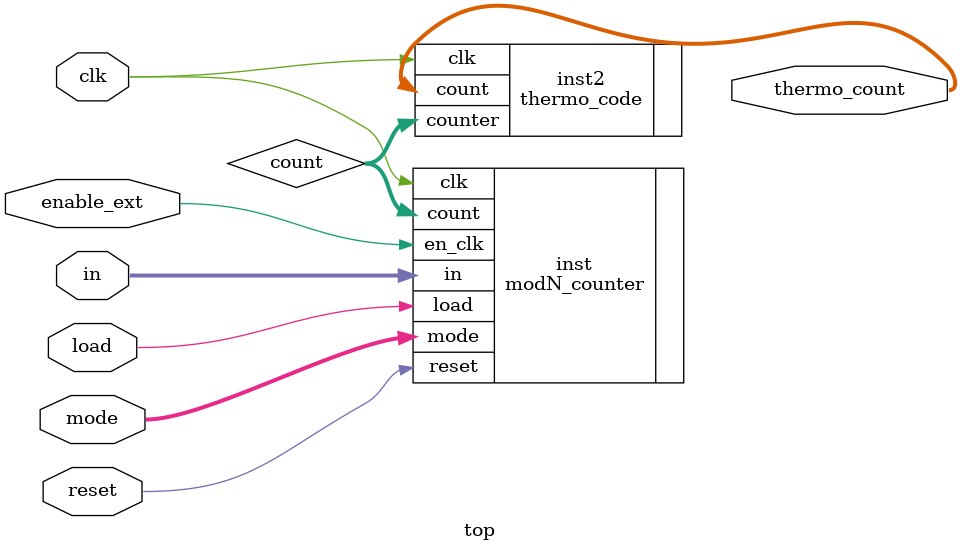
<source format=v>

module top(
    input wire clk,
    input wire reset,
    input wire [3:0] in,
    input wire load,
    input wire [1:0] mode,
    input wire enable_ext,
    output wire [14:0] thermo_count
    );

    wire en_clk;
    wire[3:0] count;

    modN_counter inst( 
        .clk(clk),
        .en_clk(enable_ext),
        .reset(reset),
        .in(in),
        .load(load),
        .mode(mode),
        .count(count)
    );

    thermo_code inst2(
        .clk(clk),
        .counter(count),
        .count(thermo_count)
    );


endmodule
</source>
